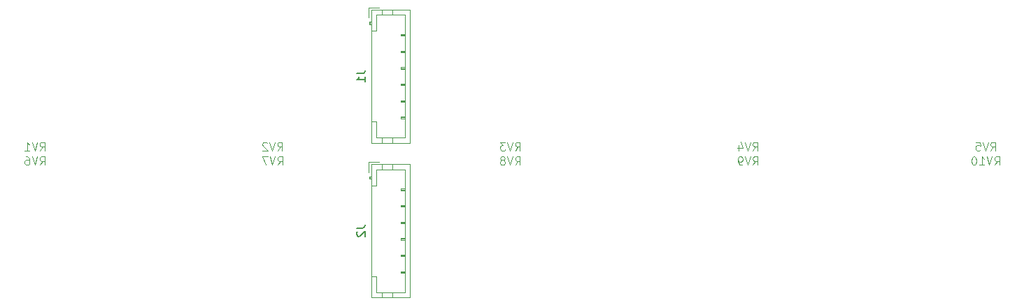
<source format=gbr>
%TF.GenerationSoftware,KiCad,Pcbnew,8.0.4*%
%TF.CreationDate,2024-07-29T20:22:53+02:00*%
%TF.ProjectId,WH148,57483134-382e-46b6-9963-61645f706362,rev?*%
%TF.SameCoordinates,Original*%
%TF.FileFunction,Legend,Bot*%
%TF.FilePolarity,Positive*%
%FSLAX46Y46*%
G04 Gerber Fmt 4.6, Leading zero omitted, Abs format (unit mm)*
G04 Created by KiCad (PCBNEW 8.0.4) date 2024-07-29 20:22:53*
%MOMM*%
%LPD*%
G01*
G04 APERTURE LIST*
%ADD10C,0.100000*%
%ADD11C,0.150000*%
%ADD12C,0.120000*%
G04 APERTURE END LIST*
D10*
X150892408Y-96271519D02*
X151225741Y-95795328D01*
X151463836Y-96271519D02*
X151463836Y-95271519D01*
X151463836Y-95271519D02*
X151082884Y-95271519D01*
X151082884Y-95271519D02*
X150987646Y-95319138D01*
X150987646Y-95319138D02*
X150940027Y-95366757D01*
X150940027Y-95366757D02*
X150892408Y-95461995D01*
X150892408Y-95461995D02*
X150892408Y-95604852D01*
X150892408Y-95604852D02*
X150940027Y-95700090D01*
X150940027Y-95700090D02*
X150987646Y-95747709D01*
X150987646Y-95747709D02*
X151082884Y-95795328D01*
X151082884Y-95795328D02*
X151463836Y-95795328D01*
X150606693Y-95271519D02*
X150273360Y-96271519D01*
X150273360Y-96271519D02*
X149940027Y-95271519D01*
X149701931Y-95271519D02*
X149082884Y-95271519D01*
X149082884Y-95271519D02*
X149416217Y-95652471D01*
X149416217Y-95652471D02*
X149273360Y-95652471D01*
X149273360Y-95652471D02*
X149178122Y-95700090D01*
X149178122Y-95700090D02*
X149130503Y-95747709D01*
X149130503Y-95747709D02*
X149082884Y-95842947D01*
X149082884Y-95842947D02*
X149082884Y-96081042D01*
X149082884Y-96081042D02*
X149130503Y-96176280D01*
X149130503Y-96176280D02*
X149178122Y-96223900D01*
X149178122Y-96223900D02*
X149273360Y-96271519D01*
X149273360Y-96271519D02*
X149559074Y-96271519D01*
X149559074Y-96271519D02*
X149654312Y-96223900D01*
X149654312Y-96223900D02*
X149701931Y-96176280D01*
X150892408Y-98017769D02*
X151225741Y-97541578D01*
X151463836Y-98017769D02*
X151463836Y-97017769D01*
X151463836Y-97017769D02*
X151082884Y-97017769D01*
X151082884Y-97017769D02*
X150987646Y-97065388D01*
X150987646Y-97065388D02*
X150940027Y-97113007D01*
X150940027Y-97113007D02*
X150892408Y-97208245D01*
X150892408Y-97208245D02*
X150892408Y-97351102D01*
X150892408Y-97351102D02*
X150940027Y-97446340D01*
X150940027Y-97446340D02*
X150987646Y-97493959D01*
X150987646Y-97493959D02*
X151082884Y-97541578D01*
X151082884Y-97541578D02*
X151463836Y-97541578D01*
X150606693Y-97017769D02*
X150273360Y-98017769D01*
X150273360Y-98017769D02*
X149940027Y-97017769D01*
X149463836Y-97446340D02*
X149559074Y-97398721D01*
X149559074Y-97398721D02*
X149606693Y-97351102D01*
X149606693Y-97351102D02*
X149654312Y-97255864D01*
X149654312Y-97255864D02*
X149654312Y-97208245D01*
X149654312Y-97208245D02*
X149606693Y-97113007D01*
X149606693Y-97113007D02*
X149559074Y-97065388D01*
X149559074Y-97065388D02*
X149463836Y-97017769D01*
X149463836Y-97017769D02*
X149273360Y-97017769D01*
X149273360Y-97017769D02*
X149178122Y-97065388D01*
X149178122Y-97065388D02*
X149130503Y-97113007D01*
X149130503Y-97113007D02*
X149082884Y-97208245D01*
X149082884Y-97208245D02*
X149082884Y-97255864D01*
X149082884Y-97255864D02*
X149130503Y-97351102D01*
X149130503Y-97351102D02*
X149178122Y-97398721D01*
X149178122Y-97398721D02*
X149273360Y-97446340D01*
X149273360Y-97446340D02*
X149463836Y-97446340D01*
X149463836Y-97446340D02*
X149559074Y-97493959D01*
X149559074Y-97493959D02*
X149606693Y-97541578D01*
X149606693Y-97541578D02*
X149654312Y-97636816D01*
X149654312Y-97636816D02*
X149654312Y-97827292D01*
X149654312Y-97827292D02*
X149606693Y-97922530D01*
X149606693Y-97922530D02*
X149559074Y-97970150D01*
X149559074Y-97970150D02*
X149463836Y-98017769D01*
X149463836Y-98017769D02*
X149273360Y-98017769D01*
X149273360Y-98017769D02*
X149178122Y-97970150D01*
X149178122Y-97970150D02*
X149130503Y-97922530D01*
X149130503Y-97922530D02*
X149082884Y-97827292D01*
X149082884Y-97827292D02*
X149082884Y-97636816D01*
X149082884Y-97636816D02*
X149130503Y-97541578D01*
X149130503Y-97541578D02*
X149178122Y-97493959D01*
X149178122Y-97493959D02*
X149273360Y-97446340D01*
D11*
X131711813Y-105679166D02*
X132426098Y-105679166D01*
X132426098Y-105679166D02*
X132568955Y-105631547D01*
X132568955Y-105631547D02*
X132664194Y-105536309D01*
X132664194Y-105536309D02*
X132711813Y-105393452D01*
X132711813Y-105393452D02*
X132711813Y-105298214D01*
X131807051Y-106107738D02*
X131759432Y-106155357D01*
X131759432Y-106155357D02*
X131711813Y-106250595D01*
X131711813Y-106250595D02*
X131711813Y-106488690D01*
X131711813Y-106488690D02*
X131759432Y-106583928D01*
X131759432Y-106583928D02*
X131807051Y-106631547D01*
X131807051Y-106631547D02*
X131902289Y-106679166D01*
X131902289Y-106679166D02*
X131997527Y-106679166D01*
X131997527Y-106679166D02*
X132140384Y-106631547D01*
X132140384Y-106631547D02*
X132711813Y-106060119D01*
X132711813Y-106060119D02*
X132711813Y-106679166D01*
D10*
X208439108Y-96271519D02*
X208772441Y-95795328D01*
X209010536Y-96271519D02*
X209010536Y-95271519D01*
X209010536Y-95271519D02*
X208629584Y-95271519D01*
X208629584Y-95271519D02*
X208534346Y-95319138D01*
X208534346Y-95319138D02*
X208486727Y-95366757D01*
X208486727Y-95366757D02*
X208439108Y-95461995D01*
X208439108Y-95461995D02*
X208439108Y-95604852D01*
X208439108Y-95604852D02*
X208486727Y-95700090D01*
X208486727Y-95700090D02*
X208534346Y-95747709D01*
X208534346Y-95747709D02*
X208629584Y-95795328D01*
X208629584Y-95795328D02*
X209010536Y-95795328D01*
X208153393Y-95271519D02*
X207820060Y-96271519D01*
X207820060Y-96271519D02*
X207486727Y-95271519D01*
X206677203Y-95271519D02*
X207153393Y-95271519D01*
X207153393Y-95271519D02*
X207201012Y-95747709D01*
X207201012Y-95747709D02*
X207153393Y-95700090D01*
X207153393Y-95700090D02*
X207058155Y-95652471D01*
X207058155Y-95652471D02*
X206820060Y-95652471D01*
X206820060Y-95652471D02*
X206724822Y-95700090D01*
X206724822Y-95700090D02*
X206677203Y-95747709D01*
X206677203Y-95747709D02*
X206629584Y-95842947D01*
X206629584Y-95842947D02*
X206629584Y-96081042D01*
X206629584Y-96081042D02*
X206677203Y-96176280D01*
X206677203Y-96176280D02*
X206724822Y-96223900D01*
X206724822Y-96223900D02*
X206820060Y-96271519D01*
X206820060Y-96271519D02*
X207058155Y-96271519D01*
X207058155Y-96271519D02*
X207153393Y-96223900D01*
X207153393Y-96223900D02*
X207201012Y-96176280D01*
D11*
X131711813Y-86940766D02*
X132426098Y-86940766D01*
X132426098Y-86940766D02*
X132568955Y-86893147D01*
X132568955Y-86893147D02*
X132664194Y-86797909D01*
X132664194Y-86797909D02*
X132711813Y-86655052D01*
X132711813Y-86655052D02*
X132711813Y-86559814D01*
X132711813Y-87940766D02*
X132711813Y-87369338D01*
X132711813Y-87655052D02*
X131711813Y-87655052D01*
X131711813Y-87655052D02*
X131854670Y-87559814D01*
X131854670Y-87559814D02*
X131949908Y-87464576D01*
X131949908Y-87464576D02*
X131997527Y-87369338D01*
D10*
X208915298Y-98017769D02*
X209248631Y-97541578D01*
X209486726Y-98017769D02*
X209486726Y-97017769D01*
X209486726Y-97017769D02*
X209105774Y-97017769D01*
X209105774Y-97017769D02*
X209010536Y-97065388D01*
X209010536Y-97065388D02*
X208962917Y-97113007D01*
X208962917Y-97113007D02*
X208915298Y-97208245D01*
X208915298Y-97208245D02*
X208915298Y-97351102D01*
X208915298Y-97351102D02*
X208962917Y-97446340D01*
X208962917Y-97446340D02*
X209010536Y-97493959D01*
X209010536Y-97493959D02*
X209105774Y-97541578D01*
X209105774Y-97541578D02*
X209486726Y-97541578D01*
X208629583Y-97017769D02*
X208296250Y-98017769D01*
X208296250Y-98017769D02*
X207962917Y-97017769D01*
X207105774Y-98017769D02*
X207677202Y-98017769D01*
X207391488Y-98017769D02*
X207391488Y-97017769D01*
X207391488Y-97017769D02*
X207486726Y-97160626D01*
X207486726Y-97160626D02*
X207581964Y-97255864D01*
X207581964Y-97255864D02*
X207677202Y-97303483D01*
X206486726Y-97017769D02*
X206391488Y-97017769D01*
X206391488Y-97017769D02*
X206296250Y-97065388D01*
X206296250Y-97065388D02*
X206248631Y-97113007D01*
X206248631Y-97113007D02*
X206201012Y-97208245D01*
X206201012Y-97208245D02*
X206153393Y-97398721D01*
X206153393Y-97398721D02*
X206153393Y-97636816D01*
X206153393Y-97636816D02*
X206201012Y-97827292D01*
X206201012Y-97827292D02*
X206248631Y-97922530D01*
X206248631Y-97922530D02*
X206296250Y-97970150D01*
X206296250Y-97970150D02*
X206391488Y-98017769D01*
X206391488Y-98017769D02*
X206486726Y-98017769D01*
X206486726Y-98017769D02*
X206581964Y-97970150D01*
X206581964Y-97970150D02*
X206629583Y-97922530D01*
X206629583Y-97922530D02*
X206677202Y-97827292D01*
X206677202Y-97827292D02*
X206724821Y-97636816D01*
X206724821Y-97636816D02*
X206724821Y-97398721D01*
X206724821Y-97398721D02*
X206677202Y-97208245D01*
X206677202Y-97208245D02*
X206629583Y-97113007D01*
X206629583Y-97113007D02*
X206581964Y-97065388D01*
X206581964Y-97065388D02*
X206486726Y-97017769D01*
X179666238Y-96271519D02*
X179999571Y-95795328D01*
X180237666Y-96271519D02*
X180237666Y-95271519D01*
X180237666Y-95271519D02*
X179856714Y-95271519D01*
X179856714Y-95271519D02*
X179761476Y-95319138D01*
X179761476Y-95319138D02*
X179713857Y-95366757D01*
X179713857Y-95366757D02*
X179666238Y-95461995D01*
X179666238Y-95461995D02*
X179666238Y-95604852D01*
X179666238Y-95604852D02*
X179713857Y-95700090D01*
X179713857Y-95700090D02*
X179761476Y-95747709D01*
X179761476Y-95747709D02*
X179856714Y-95795328D01*
X179856714Y-95795328D02*
X180237666Y-95795328D01*
X179380523Y-95271519D02*
X179047190Y-96271519D01*
X179047190Y-96271519D02*
X178713857Y-95271519D01*
X177951952Y-95604852D02*
X177951952Y-96271519D01*
X178190047Y-95223900D02*
X178428142Y-95938185D01*
X178428142Y-95938185D02*
X177809095Y-95938185D01*
X93346708Y-98017769D02*
X93680041Y-97541578D01*
X93918136Y-98017769D02*
X93918136Y-97017769D01*
X93918136Y-97017769D02*
X93537184Y-97017769D01*
X93537184Y-97017769D02*
X93441946Y-97065388D01*
X93441946Y-97065388D02*
X93394327Y-97113007D01*
X93394327Y-97113007D02*
X93346708Y-97208245D01*
X93346708Y-97208245D02*
X93346708Y-97351102D01*
X93346708Y-97351102D02*
X93394327Y-97446340D01*
X93394327Y-97446340D02*
X93441946Y-97493959D01*
X93441946Y-97493959D02*
X93537184Y-97541578D01*
X93537184Y-97541578D02*
X93918136Y-97541578D01*
X93060993Y-97017769D02*
X92727660Y-98017769D01*
X92727660Y-98017769D02*
X92394327Y-97017769D01*
X91632422Y-97017769D02*
X91822898Y-97017769D01*
X91822898Y-97017769D02*
X91918136Y-97065388D01*
X91918136Y-97065388D02*
X91965755Y-97113007D01*
X91965755Y-97113007D02*
X92060993Y-97255864D01*
X92060993Y-97255864D02*
X92108612Y-97446340D01*
X92108612Y-97446340D02*
X92108612Y-97827292D01*
X92108612Y-97827292D02*
X92060993Y-97922530D01*
X92060993Y-97922530D02*
X92013374Y-97970150D01*
X92013374Y-97970150D02*
X91918136Y-98017769D01*
X91918136Y-98017769D02*
X91727660Y-98017769D01*
X91727660Y-98017769D02*
X91632422Y-97970150D01*
X91632422Y-97970150D02*
X91584803Y-97922530D01*
X91584803Y-97922530D02*
X91537184Y-97827292D01*
X91537184Y-97827292D02*
X91537184Y-97589197D01*
X91537184Y-97589197D02*
X91584803Y-97493959D01*
X91584803Y-97493959D02*
X91632422Y-97446340D01*
X91632422Y-97446340D02*
X91727660Y-97398721D01*
X91727660Y-97398721D02*
X91918136Y-97398721D01*
X91918136Y-97398721D02*
X92013374Y-97446340D01*
X92013374Y-97446340D02*
X92060993Y-97493959D01*
X92060993Y-97493959D02*
X92108612Y-97589197D01*
X93346708Y-96271519D02*
X93680041Y-95795328D01*
X93918136Y-96271519D02*
X93918136Y-95271519D01*
X93918136Y-95271519D02*
X93537184Y-95271519D01*
X93537184Y-95271519D02*
X93441946Y-95319138D01*
X93441946Y-95319138D02*
X93394327Y-95366757D01*
X93394327Y-95366757D02*
X93346708Y-95461995D01*
X93346708Y-95461995D02*
X93346708Y-95604852D01*
X93346708Y-95604852D02*
X93394327Y-95700090D01*
X93394327Y-95700090D02*
X93441946Y-95747709D01*
X93441946Y-95747709D02*
X93537184Y-95795328D01*
X93537184Y-95795328D02*
X93918136Y-95795328D01*
X93060993Y-95271519D02*
X92727660Y-96271519D01*
X92727660Y-96271519D02*
X92394327Y-95271519D01*
X91537184Y-96271519D02*
X92108612Y-96271519D01*
X91822898Y-96271519D02*
X91822898Y-95271519D01*
X91822898Y-95271519D02*
X91918136Y-95414376D01*
X91918136Y-95414376D02*
X92013374Y-95509614D01*
X92013374Y-95509614D02*
X92108612Y-95557233D01*
X122128808Y-98017769D02*
X122462141Y-97541578D01*
X122700236Y-98017769D02*
X122700236Y-97017769D01*
X122700236Y-97017769D02*
X122319284Y-97017769D01*
X122319284Y-97017769D02*
X122224046Y-97065388D01*
X122224046Y-97065388D02*
X122176427Y-97113007D01*
X122176427Y-97113007D02*
X122128808Y-97208245D01*
X122128808Y-97208245D02*
X122128808Y-97351102D01*
X122128808Y-97351102D02*
X122176427Y-97446340D01*
X122176427Y-97446340D02*
X122224046Y-97493959D01*
X122224046Y-97493959D02*
X122319284Y-97541578D01*
X122319284Y-97541578D02*
X122700236Y-97541578D01*
X121843093Y-97017769D02*
X121509760Y-98017769D01*
X121509760Y-98017769D02*
X121176427Y-97017769D01*
X120938331Y-97017769D02*
X120271665Y-97017769D01*
X120271665Y-97017769D02*
X120700236Y-98017769D01*
X122119508Y-96271519D02*
X122452841Y-95795328D01*
X122690936Y-96271519D02*
X122690936Y-95271519D01*
X122690936Y-95271519D02*
X122309984Y-95271519D01*
X122309984Y-95271519D02*
X122214746Y-95319138D01*
X122214746Y-95319138D02*
X122167127Y-95366757D01*
X122167127Y-95366757D02*
X122119508Y-95461995D01*
X122119508Y-95461995D02*
X122119508Y-95604852D01*
X122119508Y-95604852D02*
X122167127Y-95700090D01*
X122167127Y-95700090D02*
X122214746Y-95747709D01*
X122214746Y-95747709D02*
X122309984Y-95795328D01*
X122309984Y-95795328D02*
X122690936Y-95795328D01*
X121833793Y-95271519D02*
X121500460Y-96271519D01*
X121500460Y-96271519D02*
X121167127Y-95271519D01*
X120881412Y-95366757D02*
X120833793Y-95319138D01*
X120833793Y-95319138D02*
X120738555Y-95271519D01*
X120738555Y-95271519D02*
X120500460Y-95271519D01*
X120500460Y-95271519D02*
X120405222Y-95319138D01*
X120405222Y-95319138D02*
X120357603Y-95366757D01*
X120357603Y-95366757D02*
X120309984Y-95461995D01*
X120309984Y-95461995D02*
X120309984Y-95557233D01*
X120309984Y-95557233D02*
X120357603Y-95700090D01*
X120357603Y-95700090D02*
X120929031Y-96271519D01*
X120929031Y-96271519D02*
X120309984Y-96271519D01*
X179665238Y-98017769D02*
X179998571Y-97541578D01*
X180236666Y-98017769D02*
X180236666Y-97017769D01*
X180236666Y-97017769D02*
X179855714Y-97017769D01*
X179855714Y-97017769D02*
X179760476Y-97065388D01*
X179760476Y-97065388D02*
X179712857Y-97113007D01*
X179712857Y-97113007D02*
X179665238Y-97208245D01*
X179665238Y-97208245D02*
X179665238Y-97351102D01*
X179665238Y-97351102D02*
X179712857Y-97446340D01*
X179712857Y-97446340D02*
X179760476Y-97493959D01*
X179760476Y-97493959D02*
X179855714Y-97541578D01*
X179855714Y-97541578D02*
X180236666Y-97541578D01*
X179379523Y-97017769D02*
X179046190Y-98017769D01*
X179046190Y-98017769D02*
X178712857Y-97017769D01*
X178331904Y-98017769D02*
X178141428Y-98017769D01*
X178141428Y-98017769D02*
X178046190Y-97970150D01*
X178046190Y-97970150D02*
X177998571Y-97922530D01*
X177998571Y-97922530D02*
X177903333Y-97779673D01*
X177903333Y-97779673D02*
X177855714Y-97589197D01*
X177855714Y-97589197D02*
X177855714Y-97208245D01*
X177855714Y-97208245D02*
X177903333Y-97113007D01*
X177903333Y-97113007D02*
X177950952Y-97065388D01*
X177950952Y-97065388D02*
X178046190Y-97017769D01*
X178046190Y-97017769D02*
X178236666Y-97017769D01*
X178236666Y-97017769D02*
X178331904Y-97065388D01*
X178331904Y-97065388D02*
X178379523Y-97113007D01*
X178379523Y-97113007D02*
X178427142Y-97208245D01*
X178427142Y-97208245D02*
X178427142Y-97446340D01*
X178427142Y-97446340D02*
X178379523Y-97541578D01*
X178379523Y-97541578D02*
X178331904Y-97589197D01*
X178331904Y-97589197D02*
X178236666Y-97636816D01*
X178236666Y-97636816D02*
X178046190Y-97636816D01*
X178046190Y-97636816D02*
X177950952Y-97589197D01*
X177950952Y-97589197D02*
X177903333Y-97541578D01*
X177903333Y-97541578D02*
X177855714Y-97446340D01*
D12*
%TO.C,J2*%
X133163244Y-97652500D02*
X133163244Y-98902500D01*
X133263244Y-99412500D02*
X133263244Y-99712500D01*
X133263244Y-99712500D02*
X133463244Y-99712500D01*
X133363244Y-99412500D02*
X133363244Y-99712500D01*
X133463244Y-97952500D02*
X133463244Y-114072500D01*
X133463244Y-99412500D02*
X133263244Y-99412500D01*
X133463244Y-111512500D02*
X134073244Y-111512500D01*
X133463244Y-114072500D02*
X138183244Y-114072500D01*
X134073244Y-98562500D02*
X134073244Y-100512500D01*
X134073244Y-100512500D02*
X133463244Y-100512500D01*
X134073244Y-111512500D02*
X134073244Y-113462500D01*
X134073244Y-113462500D02*
X137573244Y-113462500D01*
X134413244Y-97652500D02*
X133163244Y-97652500D01*
X134773244Y-98562500D02*
X134773244Y-97952500D01*
X134773244Y-113462500D02*
X134773244Y-114072500D01*
X136073244Y-98562500D02*
X136073244Y-97952500D01*
X136073244Y-113462500D02*
X136073244Y-114072500D01*
X137073244Y-100912500D02*
X137573244Y-100912500D01*
X137073244Y-101012500D02*
X137573244Y-101012500D01*
X137073244Y-101112500D02*
X137073244Y-100912500D01*
X137073244Y-102912500D02*
X137573244Y-102912500D01*
X137073244Y-103012500D02*
X137573244Y-103012500D01*
X137073244Y-103112500D02*
X137073244Y-102912500D01*
X137073244Y-104912500D02*
X137573244Y-104912500D01*
X137073244Y-105012500D02*
X137573244Y-105012500D01*
X137073244Y-105112500D02*
X137073244Y-104912500D01*
X137073244Y-106912500D02*
X137573244Y-106912500D01*
X137073244Y-107012500D02*
X137573244Y-107012500D01*
X137073244Y-107112500D02*
X137073244Y-106912500D01*
X137073244Y-108912500D02*
X137573244Y-108912500D01*
X137073244Y-109012500D02*
X137573244Y-109012500D01*
X137073244Y-109112500D02*
X137073244Y-108912500D01*
X137073244Y-110912500D02*
X137573244Y-110912500D01*
X137073244Y-111012500D02*
X137573244Y-111012500D01*
X137073244Y-111112500D02*
X137073244Y-110912500D01*
X137573244Y-98562500D02*
X134073244Y-98562500D01*
X137573244Y-101112500D02*
X137073244Y-101112500D01*
X137573244Y-103112500D02*
X137073244Y-103112500D01*
X137573244Y-105112500D02*
X137073244Y-105112500D01*
X137573244Y-107112500D02*
X137073244Y-107112500D01*
X137573244Y-109112500D02*
X137073244Y-109112500D01*
X137573244Y-111112500D02*
X137073244Y-111112500D01*
X137573244Y-113462500D02*
X137573244Y-98562500D01*
X138183244Y-97952500D02*
X133463244Y-97952500D01*
X138183244Y-114072500D02*
X138183244Y-97952500D01*
%TO.C,J1*%
X133163244Y-78914100D02*
X133163244Y-80164100D01*
X133263244Y-80674100D02*
X133263244Y-80974100D01*
X133263244Y-80974100D02*
X133463244Y-80974100D01*
X133363244Y-80674100D02*
X133363244Y-80974100D01*
X133463244Y-79214100D02*
X133463244Y-95334100D01*
X133463244Y-80674100D02*
X133263244Y-80674100D01*
X133463244Y-92774100D02*
X134073244Y-92774100D01*
X133463244Y-95334100D02*
X138183244Y-95334100D01*
X134073244Y-79824100D02*
X134073244Y-81774100D01*
X134073244Y-81774100D02*
X133463244Y-81774100D01*
X134073244Y-92774100D02*
X134073244Y-94724100D01*
X134073244Y-94724100D02*
X137573244Y-94724100D01*
X134413244Y-78914100D02*
X133163244Y-78914100D01*
X134773244Y-79824100D02*
X134773244Y-79214100D01*
X134773244Y-94724100D02*
X134773244Y-95334100D01*
X136073244Y-79824100D02*
X136073244Y-79214100D01*
X136073244Y-94724100D02*
X136073244Y-95334100D01*
X137073244Y-82174100D02*
X137573244Y-82174100D01*
X137073244Y-82274100D02*
X137573244Y-82274100D01*
X137073244Y-82374100D02*
X137073244Y-82174100D01*
X137073244Y-84174100D02*
X137573244Y-84174100D01*
X137073244Y-84274100D02*
X137573244Y-84274100D01*
X137073244Y-84374100D02*
X137073244Y-84174100D01*
X137073244Y-86174100D02*
X137573244Y-86174100D01*
X137073244Y-86274100D02*
X137573244Y-86274100D01*
X137073244Y-86374100D02*
X137073244Y-86174100D01*
X137073244Y-88174100D02*
X137573244Y-88174100D01*
X137073244Y-88274100D02*
X137573244Y-88274100D01*
X137073244Y-88374100D02*
X137073244Y-88174100D01*
X137073244Y-90174100D02*
X137573244Y-90174100D01*
X137073244Y-90274100D02*
X137573244Y-90274100D01*
X137073244Y-90374100D02*
X137073244Y-90174100D01*
X137073244Y-92174100D02*
X137573244Y-92174100D01*
X137073244Y-92274100D02*
X137573244Y-92274100D01*
X137073244Y-92374100D02*
X137073244Y-92174100D01*
X137573244Y-79824100D02*
X134073244Y-79824100D01*
X137573244Y-82374100D02*
X137073244Y-82374100D01*
X137573244Y-84374100D02*
X137073244Y-84374100D01*
X137573244Y-86374100D02*
X137073244Y-86374100D01*
X137573244Y-88374100D02*
X137073244Y-88374100D01*
X137573244Y-90374100D02*
X137073244Y-90374100D01*
X137573244Y-92374100D02*
X137073244Y-92374100D01*
X137573244Y-94724100D02*
X137573244Y-79824100D01*
X138183244Y-79214100D02*
X133463244Y-79214100D01*
X138183244Y-95334100D02*
X138183244Y-79214100D01*
%TD*%
M02*

</source>
